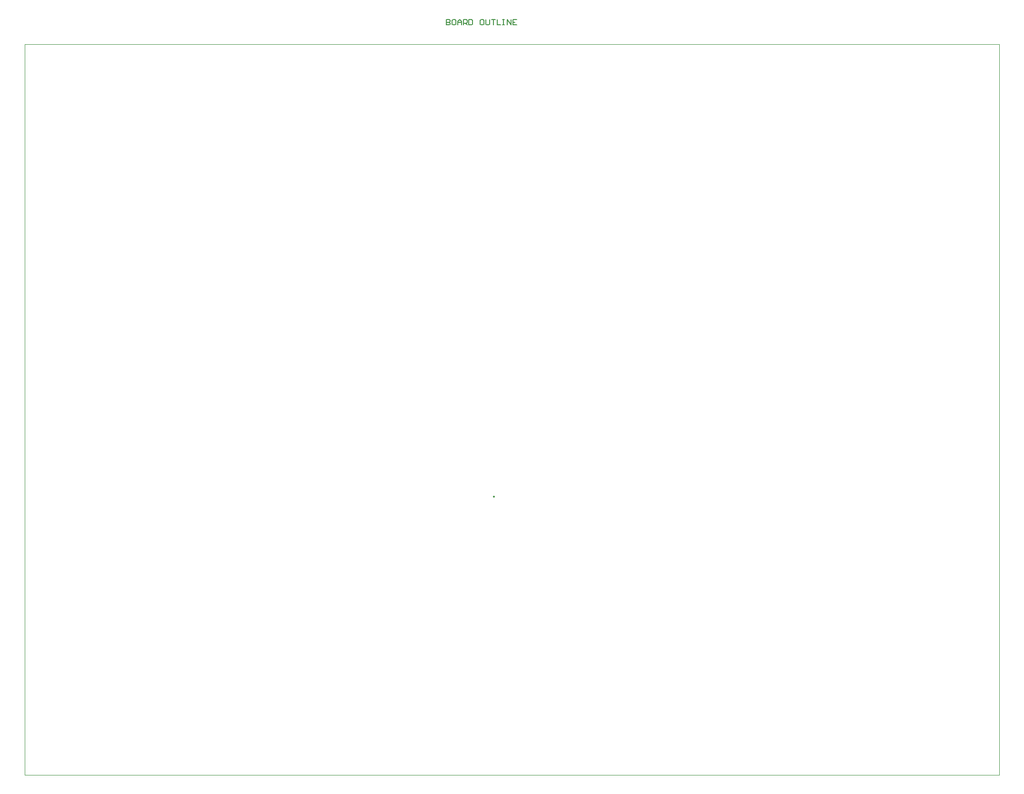
<source format=gm1>
G04 Layer_Color=16711935*
%FSLAX43Y43*%
%MOMM*%
G71*
G01*
G75*
%ADD10C,0.100*%
%ADD49C,0.200*%
%ADD54C,0.300*%
D10*
X163425Y-10000D02*
Y120000D01*
X-10000Y-10000D02*
X163425D01*
X-10000D02*
Y120000D01*
X163425D01*
Y-10000D02*
Y120000D01*
X-10000Y-10000D02*
X163425D01*
X-10000D02*
Y120000D01*
X163425D01*
D49*
X65050Y124450D02*
Y123450D01*
X65550D01*
X65716Y123617D01*
Y123783D01*
X65550Y123950D01*
X65050D01*
X65550D01*
X65716Y124116D01*
Y124283D01*
X65550Y124450D01*
X65050D01*
X66549D02*
X66216D01*
X66050Y124283D01*
Y123617D01*
X66216Y123450D01*
X66549D01*
X66716Y123617D01*
Y124283D01*
X66549Y124450D01*
X67049Y123450D02*
Y124116D01*
X67382Y124450D01*
X67716Y124116D01*
Y123450D01*
Y123950D01*
X67049D01*
X68049Y123450D02*
Y124450D01*
X68549D01*
X68715Y124283D01*
Y123950D01*
X68549Y123783D01*
X68049D01*
X68382D02*
X68715Y123450D01*
X69049Y124450D02*
Y123450D01*
X69548D01*
X69715Y123617D01*
Y124283D01*
X69548Y124450D01*
X69049D01*
X71548D02*
X71215D01*
X71048Y124283D01*
Y123617D01*
X71215Y123450D01*
X71548D01*
X71714Y123617D01*
Y124283D01*
X71548Y124450D01*
X72048D02*
Y123617D01*
X72214Y123450D01*
X72547D01*
X72714Y123617D01*
Y124450D01*
X73047D02*
X73714D01*
X73380D01*
Y123450D01*
X74047Y124450D02*
Y123450D01*
X74713D01*
X75047Y124450D02*
X75380D01*
X75213D01*
Y123450D01*
X75047D01*
X75380D01*
X75880D02*
Y124450D01*
X76546Y123450D01*
Y124450D01*
X77546D02*
X76879D01*
Y123450D01*
X77546D01*
X76879Y123950D02*
X77213D01*
X65050Y124450D02*
Y123450D01*
X65550D01*
X65716Y123617D01*
Y123783D01*
X65550Y123950D01*
X65050D01*
X65550D01*
X65716Y124116D01*
Y124283D01*
X65550Y124450D01*
X65050D01*
X66549D02*
X66216D01*
X66050Y124283D01*
Y123617D01*
X66216Y123450D01*
X66549D01*
X66716Y123617D01*
Y124283D01*
X66549Y124450D01*
X67049Y123450D02*
Y124116D01*
X67382Y124450D01*
X67716Y124116D01*
Y123450D01*
Y123950D01*
X67049D01*
X68049Y123450D02*
Y124450D01*
X68549D01*
X68715Y124283D01*
Y123950D01*
X68549Y123783D01*
X68049D01*
X68382D02*
X68715Y123450D01*
X69049Y124450D02*
Y123450D01*
X69548D01*
X69715Y123617D01*
Y124283D01*
X69548Y124450D01*
X69049D01*
X71548D02*
X71215D01*
X71048Y124283D01*
Y123617D01*
X71215Y123450D01*
X71548D01*
X71714Y123617D01*
Y124283D01*
X71548Y124450D01*
X72048D02*
Y123617D01*
X72214Y123450D01*
X72547D01*
X72714Y123617D01*
Y124450D01*
X73047D02*
X73714D01*
X73380D01*
Y123450D01*
X74047Y124450D02*
Y123450D01*
X74713D01*
X75047Y124450D02*
X75380D01*
X75213D01*
Y123450D01*
X75047D01*
X75380D01*
X75880D02*
Y124450D01*
X76546Y123450D01*
Y124450D01*
X77546D02*
X76879D01*
Y123450D01*
X77546D01*
X76879Y123950D02*
X77213D01*
D54*
X73500Y39500D02*
X73500Y39500D01*
X73500Y39500D02*
X73500Y39500D01*
M02*

</source>
